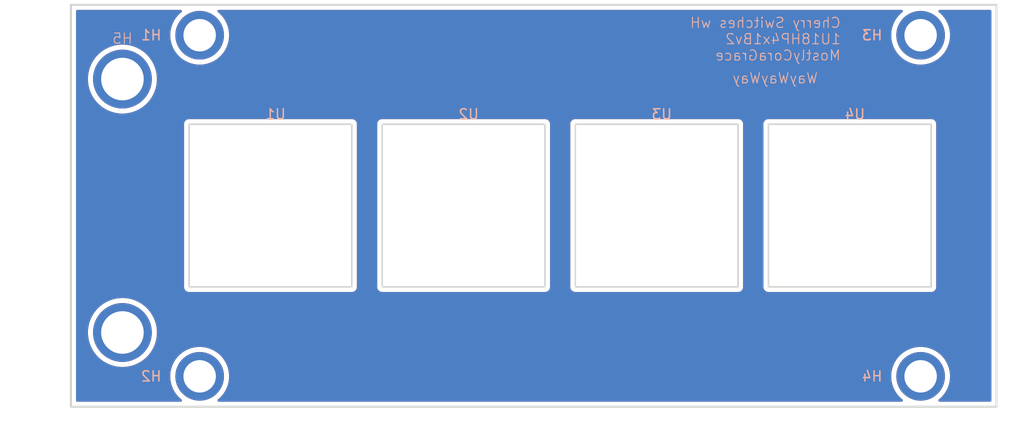
<source format=kicad_pcb>
(kicad_pcb (version 20241229) (generator "pcbnew") (generator_version "9.0")
  (layers (0 "F.Cu" signal) (2 "B.Cu" signal) (13 "F.Paste" user) (15 "B.Paste" user) (5 "F.SilkS" user "F.Silkscreen") (7 "B.SilkS" user "B.Silkscreen") (1 "F.Mask" user) (3 "B.Mask" user) (25 "Edge.Cuts" user))
  (net 0 "")
  (footprint "EXC:MountingHole_3.2mm_M3" (layer "F.Cu") (at 12.7 39.075)
    (property "Reference" "H2" (at -3.683 0 0) (layer "B.SilkS") (effects (justify left mirror)))
    (property "Value" "Eurorack_M3_MountingHole")
    (pad "" thru_hole circle (at 0 0) (size 4.8 4.8) (drill 3.2) (layers "*.Cu" "*.Mask"))
  )
  (footprint "EXC:SW_Cherry_MX_1.00u_Clearance" (layer "F.Cu") (at 38.735 22.225)
    (property "Reference" "U2" (at 0.5 -9 0) (layer "B.SilkS") (effects (justify mirror)))
    (property "Value" "~")
    (fp_rect (start -8.025 -8.025) (end 8.025 8.025) (stroke (width 0.15)) (fill no) (layer "Edge.Cuts"))
  )
  (footprint "EXC:MountingHole_3.2mm_M3" (layer "F.Cu") (at 83.82 5.425)
    (property "Reference" "H3" (at -3.683 0 0) (layer "B.SilkS") (effects (justify left mirror)))
    (property "Value" "Eurorack_M3_MountingHole")
    (pad "" thru_hole circle (at 0 0) (size 4.8 4.8) (drill 3.2) (layers "*.Cu" "*.Mask"))
  )
  (footprint "EXC:SW_Cherry_MX_1.00u_Clearance" (layer "F.Cu") (at 19.685 22.225)
    (property "Reference" "U1" (at 0.5 -9 0) (layer "B.SilkS") (effects (justify mirror)))
    (property "Value" "~")
    (fp_rect (start -8.025 -8.025) (end 8.025 8.025) (stroke (width 0.15)) (fill no) (layer "Edge.Cuts"))
  )
  (footprint "EXC:SW_Cherry_MX_1.00u_Clearance" (layer "F.Cu") (at 57.785 22.225)
    (property "Reference" "U3" (at 0.5 -9 0) (layer "B.SilkS") (effects (justify mirror)))
    (property "Value" "~")
    (fp_rect (start -8.025 -8.025) (end 8.025 8.025) (stroke (width 0.15)) (fill no) (layer "Edge.Cuts"))
  )
  (footprint "EXC:MountingHole_3.2mm_M3" (layer "F.Cu") (at 12.7 5.425)
    (property "Reference" "H1" (at -3.683 0 0) (layer "B.SilkS") (effects (justify left mirror)))
    (property "Value" "Eurorack_M3_MountingHole")
    (pad "" thru_hole circle (at 0 0) (size 4.8 4.8) (drill 3.2) (layers "*.Cu" "*.Mask"))
  )
  (footprint "EXC:MountingHole_3.2mm_M3" (layer "F.Cu") (at 83.82 39.075)
    (property "Reference" "H4" (at -3.683 0 0) (layer "B.SilkS") (effects (justify left mirror)))
    (property "Value" "Eurorack_M3_MountingHole")
    (pad "" thru_hole circle (at 0 0) (size 4.8 4.8) (drill 3.2) (layers "*.Cu" "*.Mask"))
  )
  (footprint "EXC:SW_Cherry_MX_1.00u_Clearance" (layer "F.Cu") (at 76.835 22.225)
    (property "Reference" "U4" (at 0.5 -9 0) (layer "B.SilkS") (effects (justify mirror)))
    (property "Value" "~")
    (fp_rect (start -8.025 -8.025) (end 8.025 8.025) (stroke (width 0.15)) (fill no) (layer "Edge.Cuts"))
  )
  (footprint "EXC:Handle_1UM3P25_A" (layer "F.Cu") (at 5.08 9.75)
    (property "Reference" "H5" (at 0 -4 0) (layer "B.SilkS") (effects (font (thickness 0.1)) (justify mirror)))
    (property "Value" "Handle_1UM3P25_PanelMount_A")
    (pad "" thru_hole circle (at 0 0) (size 5.8 5.8) (drill 4.2) (layers "*.Cu" "*.Mask"))
    (pad "" thru_hole circle (at 0 25) (size 5.8 5.8) (drill 4.2) (layers "*.Cu" "*.Mask"))
  )
  (gr_rect (start 0 2.425) (end 91.3 42.075) (stroke (width 0.2)) (fill no) (layer "Edge.Cuts"))
  (gr_text "WayWayWay" (at 73.75 10.25 0) (layer "B.SilkS") (effects (font (size 1 1) (thickness 0.1)) (justify left bottom mirror)))
  (gr_text "Cherry Switches wH\n1U18HP4x1Bv2\nMostlyCoraGrace" (at 76 8 0) (layer "B.SilkS") (effects (font (size 1 1) (thickness 0.1)) (justify left bottom mirror)))
  (zone (net 0) (net_name "") (layers "F.Cu" "B.Cu") (connect_pads (clearance 0.5)) (min_thickness 0.25) (fill yes (thermal_gap 0.5) (thermal_bridge_width 0.5) (island_removal_mode 1) (island_area_min 10))
    (polygon (pts (xy 0 2.5) (xy 91.25 2.5) (xy 91.25 42) (xy 0 42)))
  )
)
</source>
